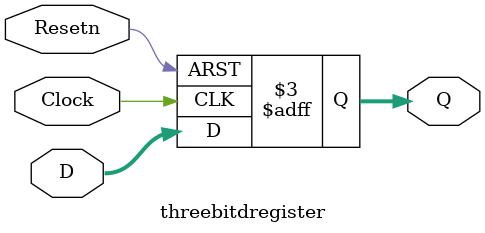
<source format=v>
module threebitdregister(D, Clock, Resetn, Q);
	input [2:0] D;
	input Clock, Resetn;
	output reg [2:0] Q;
	always @(posedge Clock, negedge Resetn)
	if (Resetn == 0)
		Q <= 3'b000;
	else
		Q <= D;
endmodule

</source>
